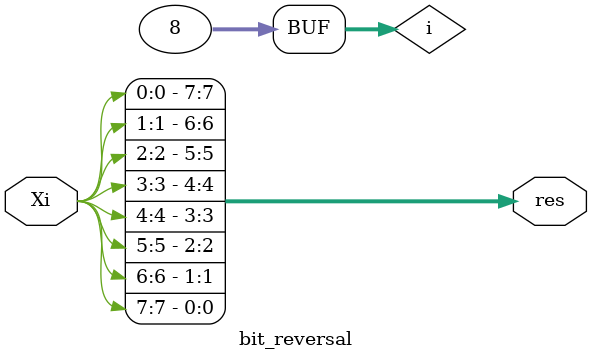
<source format=v>
module bit_reversal (Xi,res);
parameter N = 3;
input  [(2**N)-1:0] Xi;
output reg[(2**N)-1:0] res;

integer i;
always @(*) begin
    for (i = 0; i<2**N; i = i+1) begin
         res[i] = Xi[(2**N)-i-1];
    end 

end
    
endmodule



</source>
